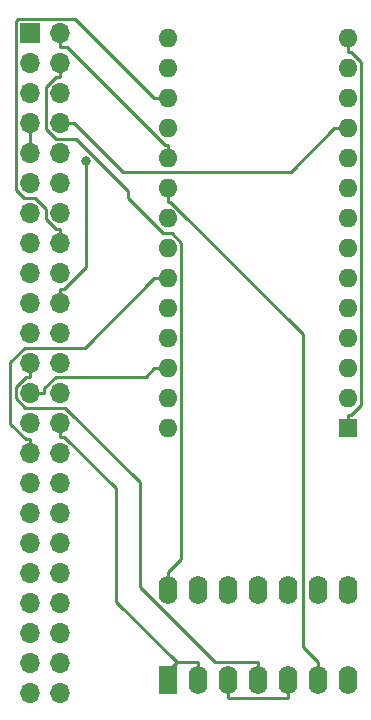
<source format=gbr>
%TF.GenerationSoftware,KiCad,Pcbnew,7.0.5-0*%
%TF.CreationDate,2023-12-18T03:19:46+03:00*%
%TF.ProjectId,zx80-ram-expansion,7a783830-2d72-4616-9d2d-657870616e73,1.0*%
%TF.SameCoordinates,Original*%
%TF.FileFunction,Copper,L1,Top*%
%TF.FilePolarity,Positive*%
%FSLAX46Y46*%
G04 Gerber Fmt 4.6, Leading zero omitted, Abs format (unit mm)*
G04 Created by KiCad (PCBNEW 7.0.5-0) date 2023-12-18 03:19:46*
%MOMM*%
%LPD*%
G01*
G04 APERTURE LIST*
%TA.AperFunction,ComponentPad*%
%ADD10R,1.600000X1.600000*%
%TD*%
%TA.AperFunction,ComponentPad*%
%ADD11O,1.600000X1.600000*%
%TD*%
%TA.AperFunction,ComponentPad*%
%ADD12R,1.600000X2.400000*%
%TD*%
%TA.AperFunction,ComponentPad*%
%ADD13O,1.600000X2.400000*%
%TD*%
%TA.AperFunction,ComponentPad*%
%ADD14R,1.700000X1.700000*%
%TD*%
%TA.AperFunction,ComponentPad*%
%ADD15O,1.700000X1.700000*%
%TD*%
%TA.AperFunction,ViaPad*%
%ADD16C,0.800000*%
%TD*%
%TA.AperFunction,Conductor*%
%ADD17C,0.250000*%
%TD*%
G04 APERTURE END LIST*
D10*
%TO.P,U2,1,A14*%
%TO.N,GND*%
X137625000Y-104500000D03*
D11*
%TO.P,U2,2,A12*%
%TO.N,A12*%
X137625000Y-101960000D03*
%TO.P,U2,3,A7*%
%TO.N,A7*%
X137625000Y-99420000D03*
%TO.P,U2,4,A6*%
%TO.N,A6*%
X137625000Y-96880000D03*
%TO.P,U2,5,A5*%
%TO.N,A5*%
X137625000Y-94340000D03*
%TO.P,U2,6,A4*%
%TO.N,A4*%
X137625000Y-91800000D03*
%TO.P,U2,7,A3*%
%TO.N,A3*%
X137625000Y-89260000D03*
%TO.P,U2,8,A2*%
%TO.N,A2*%
X137625000Y-86720000D03*
%TO.P,U2,9,A1*%
%TO.N,A1*%
X137625000Y-84180000D03*
%TO.P,U2,10,A0*%
%TO.N,A0*%
X137625000Y-81640000D03*
%TO.P,U2,11,Q0*%
%TO.N,D0*%
X137625000Y-79100000D03*
%TO.P,U2,12,Q1*%
%TO.N,D1*%
X137625000Y-76560000D03*
%TO.P,U2,13,Q2*%
%TO.N,D2*%
X137625000Y-74020000D03*
%TO.P,U2,14,GND*%
%TO.N,GND*%
X137625000Y-71480000D03*
%TO.P,U2,15,Q3*%
%TO.N,D3*%
X122385000Y-71480000D03*
%TO.P,U2,16,Q4*%
%TO.N,D4*%
X122385000Y-74020000D03*
%TO.P,U2,17,Q5*%
%TO.N,D5*%
X122385000Y-76560000D03*
%TO.P,U2,18,Q6*%
%TO.N,D6*%
X122385000Y-79100000D03*
%TO.P,U2,19,Q7*%
%TO.N,D7*%
X122385000Y-81640000D03*
%TO.P,U2,20,~{CS}*%
%TO.N,Net-(U2-~{CS})*%
X122385000Y-84180000D03*
%TO.P,U2,21,A10*%
%TO.N,A10*%
X122385000Y-86720000D03*
%TO.P,U2,22,~{OE}*%
%TO.N,RD*%
X122385000Y-89260000D03*
%TO.P,U2,23,A11*%
%TO.N,A11*%
X122385000Y-91800000D03*
%TO.P,U2,24,A9*%
%TO.N,A9*%
X122385000Y-94340000D03*
%TO.P,U2,25,A8*%
%TO.N,A8*%
X122385000Y-96880000D03*
%TO.P,U2,26,A13*%
%TO.N,A13*%
X122385000Y-99420000D03*
%TO.P,U2,27,~{WE}*%
%TO.N,WR*%
X122385000Y-101960000D03*
%TO.P,U2,28,VCC*%
%TO.N,unconnected-(U2-VCC-Pad28)*%
X122385000Y-104500000D03*
%TD*%
D12*
%TO.P,U1,1*%
%TO.N,MREQ*%
X122375000Y-125825000D03*
D13*
%TO.P,U1,2*%
X124915000Y-125825000D03*
%TO.P,U1,3*%
%TO.N,Net-(U1-Pad3)*%
X127455000Y-125825000D03*
%TO.P,U1,4*%
%TO.N,A14*%
X129995000Y-125825000D03*
%TO.P,U1,5*%
%TO.N,Net-(U1-Pad3)*%
X132535000Y-125825000D03*
%TO.P,U1,6*%
%TO.N,Net-(U2-~{CS})*%
X135075000Y-125825000D03*
%TO.P,U1,7,GND*%
%TO.N,GND*%
X137615000Y-125825000D03*
%TO.P,U1,8*%
%TO.N,unconnected-(U1-Pad8)*%
X137615000Y-118205000D03*
%TO.P,U1,9*%
%TO.N,unconnected-(U1-Pad9)*%
X135075000Y-118205000D03*
%TO.P,U1,10*%
%TO.N,unconnected-(U1-Pad10)*%
X132535000Y-118205000D03*
%TO.P,U1,11*%
%TO.N,unconnected-(U1-Pad11)*%
X129995000Y-118205000D03*
%TO.P,U1,12*%
%TO.N,unconnected-(U1-Pad12)*%
X127455000Y-118205000D03*
%TO.P,U1,13*%
%TO.N,unconnected-(U1-Pad13)*%
X124915000Y-118205000D03*
%TO.P,U1,14,VCC*%
%TO.N,+5V*%
X122375000Y-118205000D03*
%TD*%
D14*
%TO.P,J1,1,Pin_1*%
%TO.N,+5V*%
X110730000Y-71000000D03*
D15*
%TO.P,J1,2,Pin_2*%
%TO.N,D7*%
X113270000Y-71000000D03*
%TO.P,J1,3,Pin_3*%
%TO.N,unconnected-(J1-Pin_3-Pad3)*%
X110730000Y-73540000D03*
%TO.P,J1,4,Pin_4*%
%TO.N,+5V*%
X113270000Y-73540000D03*
%TO.P,J1,5,Pin_5*%
%TO.N,unconnected-(J1-Pin_5-Pad5)*%
X110730000Y-76080000D03*
%TO.P,J1,6,Pin_6*%
%TO.N,unconnected-(J1-Pin_6-Pad6)*%
X113270000Y-76080000D03*
%TO.P,J1,7,Pin_7*%
%TO.N,GND*%
X110730000Y-78620000D03*
%TO.P,J1,8,Pin_8*%
%TO.N,D0*%
X113270000Y-78620000D03*
%TO.P,J1,9,Pin_9*%
%TO.N,GND*%
X110730000Y-81160000D03*
%TO.P,J1,10,Pin_10*%
%TO.N,D1*%
X113270000Y-81160000D03*
%TO.P,J1,11,Pin_11*%
%TO.N,unconnected-(J1-Pin_11-Pad11)*%
X110730000Y-83700000D03*
%TO.P,J1,12,Pin_12*%
%TO.N,D2*%
X113270000Y-83700000D03*
%TO.P,J1,13,Pin_13*%
%TO.N,A0*%
X110730000Y-86240000D03*
%TO.P,J1,14,Pin_14*%
%TO.N,D6*%
X113270000Y-86240000D03*
%TO.P,J1,15,Pin_15*%
%TO.N,A1*%
X110730000Y-88780000D03*
%TO.P,J1,16,Pin_16*%
%TO.N,D5*%
X113270000Y-88780000D03*
%TO.P,J1,17,Pin_17*%
%TO.N,A2*%
X110730000Y-91320000D03*
%TO.P,J1,18,Pin_18*%
%TO.N,D3*%
X113270000Y-91320000D03*
%TO.P,J1,19,Pin_19*%
%TO.N,A3*%
X110730000Y-93860000D03*
%TO.P,J1,20,Pin_20*%
%TO.N,D4*%
X113270000Y-93860000D03*
%TO.P,J1,21,Pin_21*%
%TO.N,unconnected-(J1-Pin_21-Pad21)*%
X110730000Y-96400000D03*
%TO.P,J1,22,Pin_22*%
%TO.N,unconnected-(J1-Pin_22-Pad22)*%
X113270000Y-96400000D03*
%TO.P,J1,23,Pin_23*%
%TO.N,A14*%
X110730000Y-98940000D03*
%TO.P,J1,24,Pin_24*%
%TO.N,unconnected-(J1-Pin_24-Pad24)*%
X113270000Y-98940000D03*
%TO.P,J1,25,Pin_25*%
%TO.N,A13*%
X110730000Y-101480000D03*
%TO.P,J1,26,Pin_26*%
%TO.N,unconnected-(J1-Pin_26-Pad26)*%
X113270000Y-101480000D03*
%TO.P,J1,27,Pin_27*%
%TO.N,A12*%
X110730000Y-104020000D03*
%TO.P,J1,28,Pin_28*%
%TO.N,MREQ*%
X113270000Y-104020000D03*
%TO.P,J1,29,Pin_29*%
%TO.N,A11*%
X110730000Y-106560000D03*
%TO.P,J1,30,Pin_30*%
%TO.N,unconnected-(J1-Pin_30-Pad30)*%
X113270000Y-106560000D03*
%TO.P,J1,31,Pin_31*%
%TO.N,A10*%
X110730000Y-109100000D03*
%TO.P,J1,32,Pin_32*%
%TO.N,RD*%
X113270000Y-109100000D03*
%TO.P,J1,33,Pin_33*%
%TO.N,A9*%
X110730000Y-111640000D03*
%TO.P,J1,34,Pin_34*%
%TO.N,WR*%
X113270000Y-111640000D03*
%TO.P,J1,35,Pin_35*%
%TO.N,A8*%
X110730000Y-114180000D03*
%TO.P,J1,36,Pin_36*%
%TO.N,unconnected-(J1-Pin_36-Pad36)*%
X113270000Y-114180000D03*
%TO.P,J1,37,Pin_37*%
%TO.N,A7*%
X110730000Y-116720000D03*
%TO.P,J1,38,Pin_38*%
%TO.N,unconnected-(J1-Pin_38-Pad38)*%
X113270000Y-116720000D03*
%TO.P,J1,39,Pin_39*%
%TO.N,A6*%
X110730000Y-119260000D03*
%TO.P,J1,40,Pin_40*%
%TO.N,unconnected-(J1-Pin_40-Pad40)*%
X113270000Y-119260000D03*
%TO.P,J1,41,Pin_41*%
%TO.N,A5*%
X110730000Y-121800000D03*
%TO.P,J1,42,Pin_42*%
%TO.N,unconnected-(J1-Pin_42-Pad42)*%
X113270000Y-121800000D03*
%TO.P,J1,43,Pin_43*%
%TO.N,A4*%
X110730000Y-124340000D03*
%TO.P,J1,44,Pin_44*%
%TO.N,unconnected-(J1-Pin_44-Pad44)*%
X113270000Y-124340000D03*
%TO.P,J1,45,Pin_45*%
%TO.N,unconnected-(J1-Pin_45-Pad45)*%
X110730000Y-126880000D03*
%TO.P,J1,46,Pin_46*%
%TO.N,unconnected-(J1-Pin_46-Pad46)*%
X113270000Y-126880000D03*
%TD*%
D16*
%TO.N,D4*%
X115491000Y-81888800D03*
%TD*%
D17*
%TO.N,Net-(U1-Pad3)*%
X132535000Y-125825000D02*
X132535000Y-127351900D01*
X132535000Y-127351900D02*
X127455000Y-127351900D01*
X127455000Y-125825000D02*
X127455000Y-127351900D01*
%TO.N,A14*%
X113711400Y-102750000D02*
X120000000Y-109038600D01*
X110730000Y-98940000D02*
X110730000Y-100116900D01*
X126406600Y-124298100D02*
X129995000Y-124298100D01*
X120000000Y-117891500D02*
X126406600Y-124298100D01*
X109514400Y-101026700D02*
X109514400Y-101938300D01*
X110424200Y-100116900D02*
X109514400Y-101026700D01*
X110326100Y-102750000D02*
X113711400Y-102750000D01*
X109514400Y-101938300D02*
X110326100Y-102750000D01*
X120000000Y-109038600D02*
X120000000Y-117891500D01*
X110730000Y-100116900D02*
X110424200Y-100116900D01*
X129995000Y-124298100D02*
X129995000Y-125825000D01*
%TO.N,Net-(U2-~{CS})*%
X135075000Y-125825000D02*
X135075000Y-124298100D01*
X133805000Y-123028100D02*
X133805000Y-96493400D01*
X122385000Y-84180000D02*
X122385000Y-85306900D01*
X122618500Y-85306900D02*
X122385000Y-85306900D01*
X135075000Y-124298100D02*
X133805000Y-123028100D01*
X133805000Y-96493400D02*
X122618500Y-85306900D01*
%TO.N,GND*%
X137625000Y-71480000D02*
X137625000Y-72606900D01*
X110730000Y-81160000D02*
X110730000Y-78620000D01*
X138751900Y-73452100D02*
X138751900Y-102528000D01*
X138751900Y-102528000D02*
X137906800Y-103373100D01*
X137906700Y-72606900D02*
X138751900Y-73452100D01*
X137625000Y-104500000D02*
X137625000Y-103373100D01*
X137906800Y-103373100D02*
X137625000Y-103373100D01*
X137625000Y-72606900D02*
X137906700Y-72606900D01*
%TO.N,D0*%
X136498100Y-79100000D02*
X132796600Y-82801500D01*
X113270000Y-78620000D02*
X114446900Y-78620000D01*
X132796600Y-82801500D02*
X118628400Y-82801500D01*
X118628400Y-82801500D02*
X114446900Y-78620000D01*
X137625000Y-79100000D02*
X136498100Y-79100000D01*
%TO.N,D4*%
X113637800Y-92683100D02*
X115491000Y-90829900D01*
X113270000Y-92683100D02*
X113637800Y-92683100D01*
X113270000Y-93860000D02*
X113270000Y-92683100D01*
X115491000Y-90829900D02*
X115491000Y-81888800D01*
%TO.N,D5*%
X109553100Y-84276200D02*
X109553100Y-70014600D01*
X113270000Y-87603100D02*
X112902100Y-87603100D01*
X112093100Y-85924100D02*
X111139000Y-84970000D01*
X111139000Y-84970000D02*
X110246900Y-84970000D01*
X122385000Y-76560000D02*
X121258100Y-76560000D01*
X109748100Y-69819600D02*
X114517700Y-69819600D01*
X110246900Y-84970000D02*
X109553100Y-84276200D01*
X113270000Y-88780000D02*
X113270000Y-87603100D01*
X112093100Y-86794100D02*
X112093100Y-85924100D01*
X112902100Y-87603100D02*
X112093100Y-86794100D01*
X109553100Y-70014600D02*
X109748100Y-69819600D01*
X114517700Y-69819600D02*
X121258100Y-76560000D01*
%TO.N,D7*%
X122385000Y-81640000D02*
X122385000Y-80513100D01*
X122385000Y-80513100D02*
X122179600Y-80513100D01*
X122179600Y-80513100D02*
X113843400Y-72176900D01*
X113270000Y-71000000D02*
X113270000Y-72176900D01*
X113843400Y-72176900D02*
X113270000Y-72176900D01*
%TO.N,+5V*%
X112932200Y-79983100D02*
X114624900Y-79983100D01*
X113270000Y-73540000D02*
X113270000Y-74716900D01*
X114624900Y-79983100D02*
X119000000Y-84358200D01*
X119000000Y-84358200D02*
X119000000Y-85000000D01*
X112052400Y-79103300D02*
X112932200Y-79983100D01*
X122761300Y-87990000D02*
X123532400Y-88761100D01*
X112902200Y-74716900D02*
X112052400Y-75566700D01*
X123532400Y-88761100D02*
X123532400Y-115520700D01*
X121990000Y-87990000D02*
X122761300Y-87990000D01*
X123532400Y-115520700D02*
X122375000Y-116678100D01*
X122375000Y-116678100D02*
X122375000Y-118205000D01*
X119000000Y-85000000D02*
X121990000Y-87990000D01*
X113270000Y-74716900D02*
X112902200Y-74716900D01*
X112052400Y-75566700D02*
X112052400Y-79103300D01*
%TO.N,A11*%
X121258100Y-91800000D02*
X115388100Y-97670000D01*
X110730000Y-106560000D02*
X110730000Y-105383100D01*
X110362200Y-105383100D02*
X110730000Y-105383100D01*
X109062500Y-104083400D02*
X110362200Y-105383100D01*
X109062500Y-98884100D02*
X109062500Y-104083400D01*
X110276600Y-97670000D02*
X109062500Y-98884100D01*
X122385000Y-91800000D02*
X121258100Y-91800000D01*
X115388100Y-97670000D02*
X110276600Y-97670000D01*
%TO.N,A13*%
X112888300Y-100130700D02*
X120547400Y-100130700D01*
X111906900Y-101480000D02*
X111906900Y-101112100D01*
X110730000Y-101480000D02*
X111906900Y-101480000D01*
X111906900Y-101112100D02*
X112888300Y-100130700D01*
X122385000Y-99420000D02*
X121258100Y-99420000D01*
X120547400Y-100130700D02*
X121258100Y-99420000D01*
%TO.N,MREQ*%
X123138400Y-124298100D02*
X124915000Y-124298100D01*
X118000000Y-119159700D02*
X123138400Y-124298100D01*
X113270000Y-105196900D02*
X113637800Y-105196900D01*
X118000000Y-109559100D02*
X118000000Y-119159700D01*
X113637800Y-105196900D02*
X118000000Y-109559100D01*
X124915000Y-125825000D02*
X124915000Y-124298100D01*
X113270000Y-104020000D02*
X113270000Y-105196900D01*
X122375000Y-125061500D02*
X123138400Y-124298100D01*
X122375000Y-125825000D02*
X122375000Y-125061500D01*
%TD*%
M02*

</source>
